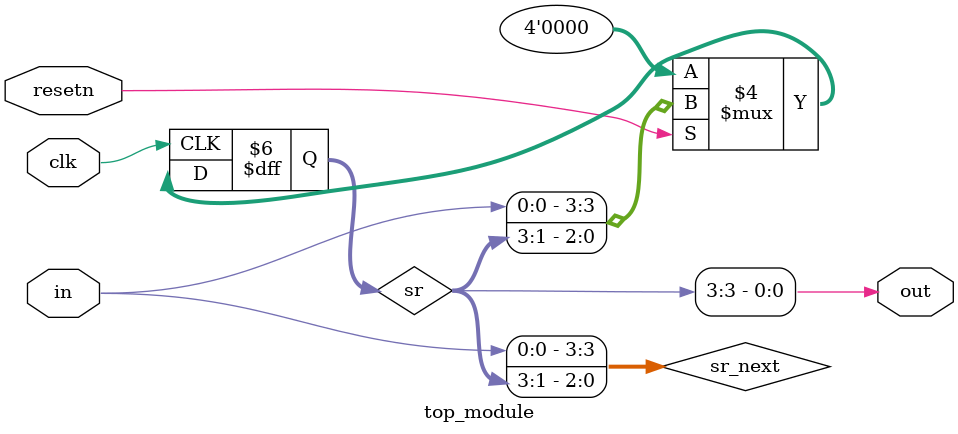
<source format=sv>
module top_module (
    input clk,
    input resetn,
    input in,
    output out
);

    reg [3:0] sr;
    wire [3:0] sr_next;

    always @(posedge clk) begin
        if (resetn == 0) begin
            sr <= 4'b0000;
        end else begin
            sr <= sr_next;
        end
    end

    assign sr_next[3] = in;
    assign sr_next[2:0] = sr[3:1];
    assign out = sr[3];

endmodule

</source>
